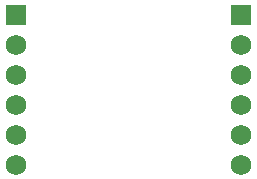
<source format=gbs>
G75*
G70*
%OFA0B0*%
%FSLAX24Y24*%
%IPPOS*%
%LPD*%
%AMOC8*
5,1,8,0,0,1.08239X$1,22.5*
%
%ADD10R,0.0680X0.0680*%
%ADD11C,0.0680*%
D10*
X009971Y007475D03*
X002471Y007475D03*
D11*
X002471Y002475D03*
X002471Y003475D03*
X002471Y004475D03*
X002471Y005475D03*
X002471Y006475D03*
X009971Y006475D03*
X009971Y005475D03*
X009971Y004475D03*
X009971Y003475D03*
X009971Y002475D03*
M02*

</source>
